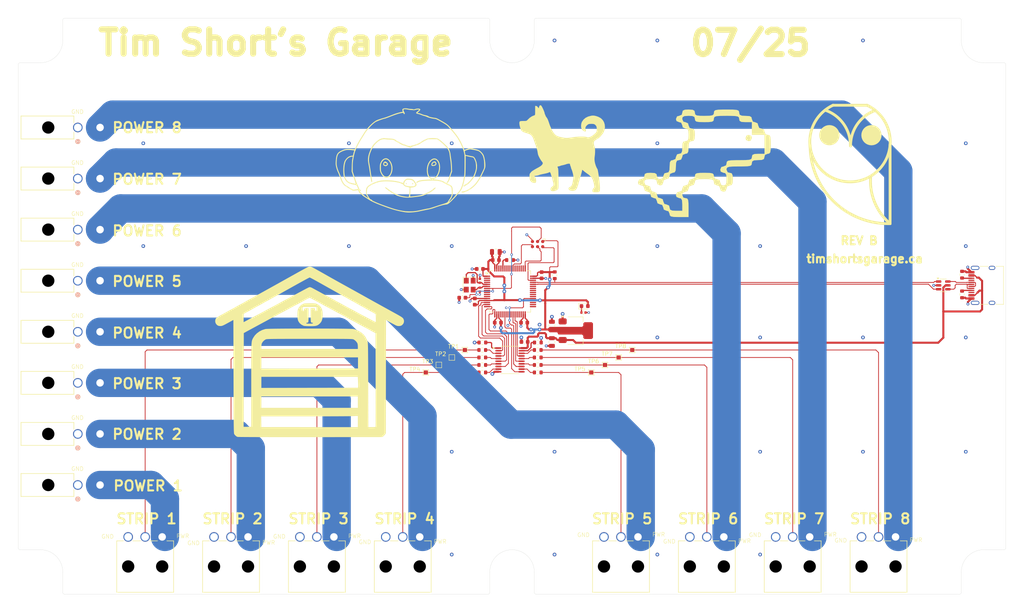
<source format=kicad_pcb>
(kicad_pcb (version 20241229) (generator "pcbnew") (generator_version "9.0")
  (layers (0 "F.Cu" signal) (4 "In1.Cu" signal) (6 "In2.Cu" signal) (2 "B.Cu" signal) (13 "F.Paste" user) (15 "B.Paste" user) (5 "F.SilkS" user "F.Silkscreen") (7 "B.SilkS" user "B.Silkscreen") (1 "F.Mask" user) (3 "B.Mask" user) (25 "Edge.Cuts" user))
  (net 0 "")
  (net 1 "GND")
  (net 2 "/STR1_PWR")
  (net 3 "/STR2_PWR")
  (net 4 "/STR3_PWR")
  (net 5 "/STR4_PWR")
  (net 6 "/STR5_PWR")
  (net 7 "/STR6_PWR")
  (net 8 "/STR7_PWR")
  (net 9 "/STR8_PWR")
  (net 10 "/SWD_NRST")
  (net 11 "/SWD_SWO")
  (net 12 "+3.3V")
  (net 13 "/SWD_CLK")
  (net 14 "/SWD_DIO")
  (net 16 "/PWM_TIM5_CH3")
  (net 17 "/HSE_IN")
  (net 23 "/PWM_TIM3_CH1")
  (net 26 "/PWM_TIM5_CH1")
  (net 29 "/USB_CON_D+")
  (net 32 "/HSE_OUT")
  (net 39 "/USB_CON_D-")
  (net 45 "/PWM_TIM5_CH4")
  (net 47 "/PWM_TIM3_CH3")
  (net 51 "/PWM_TIM5_CH2")
  (net 53 "/BOOT")
  (net 61 "/PWM_TIM8_CH1")
  (net 63 "/PWM_TIM3_CH4")
  (net 64 "/STR8_DATA")
  (net 65 "/STR2_DATA")
  (net 66 "/STR4_DATA")
  (net 67 "/STR6_DATA")
  (net 68 "/STR5_DATA")
  (net 69 "Net-(U1-1OE)")
  (net 70 "/STR1_DATA")
  (net 71 "/STR3_DATA")
  (net 72 "/STR7_DATA")
  (net 73 "VBUS")
  (net 74 "/USB_CC1")
  (net 76 "/USB_CC2")
  (net 78 "/USB_STM_D+")
  (net 79 "/USB_STM_D-")
  (net 80 "Net-(D1-K)")
  (net 81 "Net-(U1-2OE)")
  (net 82 "/1Y0_RES")
  (net 83 "/1Y1_RES")
  (net 84 "/1Y2_RES")
  (net 85 "/1Y3_RES")
  (net 86 "/2Y0_RES")
  (net 87 "/2Y1_RES")
  (net 88 "/2Y2_RES")
  (net 89 "/2Y3_RES")
  (footprint "Resistor_SMD:R_0603_1608Metric" (layer "F.Cu") (at 234.879 159.509)
    (property "Reference" "R11")
    (property "Value" "0R")
  )
  (footprint "Resistor_SMD:R_0603_1608Metric" (layer "F.Cu") (at 221.204 152.109 180)
    (property "Reference" "R4")
    (property "Value" "10k")
  )
  (footprint "Package_SO:TSSOP-20_4.4x6.5mm_P0.65mm" (layer "F.Cu") (at 228.029 156.409)
    (property "Reference" "U1")
    (property "Value" "74AHCT244")
  )
  (footprint "26013114:CONN_5569-02A_MOL" (layer "F.Cu") (at 121.25 149.4591 -90)
    (property "Reference" "J16")
    (property "Value" "Screw_Terminal_01x02")
  )
  (footprint "39303037:CONN_5569-03A4&slash_5_MOL" (layer "F.Cu") (at 280.856599 200.1409)
    (property "Reference" "J3")
    (property "Value" "Screw_Terminal_01x03")
  )
  (footprint "Resistor_SMD:R_0603_1608Metric" (layer "F.Cu") (at 221.179 157.659 180)
    (property "Reference" "R14")
    (property "Value" "0R")
  )
  (footprint "Capacitor_SMD:C_0402_1005Metric" (layer "F.Cu") (at 220.579 136.861 90)
    (property "Reference" "C1")
    (property "Value" "10p")
  )
  (footprint "MountingHole:MountingHole_3.2mm_M3" (layer "F.Cu") (at 120.5 200.3)
    (property "Reference" "H5")
    (property "Value" "MountingHole")
  )
  (footprint "Capacitor_SMD:C_0603_1608Metric" (layer "F.Cu") (at 220.579 133.941 180)
    (property "Reference" "C5")
    (property "Value" "100n")
  )
  (footprint "Capacitor_SMD:C_0805_2012Metric" (layer "F.Cu") (at 224.529 129.741)
    (property "Reference" "C9")
    (property "Value" "10u")
  )
  (footprint "Capacitor_SMD:C_0805_2012Metric" (layer "F.Cu") (at 238.379 147.941 90)
    (property "Reference" "C12")
    (property "Value" "22u")
  )
  (footprint "Package_TO_SOT_SMD:SOT-223-3_TabPin2" (layer "F.Cu") (at 244.179 149.191)
    (property "Reference" "U3")
    (property "Value" "AMS1117-3.3")
  )
  (footprint "Resistor_SMD:R_0402_1005Metric" (layer "F.Cu") (at 246.179 144.709)
    (property "Reference" "R6")
    (property "Value" "1k")
  )
  (footprint "Connector:Tag-Connect_TC2030-IDC-FP_2x03_P1.27mm_Vertical" (layer "F.Cu") (at 234.839 127.801 180)
    (property "Reference" "J20")
    (property "Value" "Conn_ARM_SWD_TagConnect_TC2030")
  )
  (footprint "Connector_USB:USB_C_Receptacle_HRO_TYPE-C-31-M-12" (layer "F.Cu") (at 346.060251 137.991 90)
    (property "Reference" "J9")
    (property "Value" "USB_C_Receptacle_USB2.0_16P")
  )
  (footprint "MountingHole:MountingHole_3.2mm_M3" (layer "F.Cu") (at 218.925 86)
    (property "Reference" "H2")
    (property "Value" "MountingHole")
  )
  (footprint "Resistor_SMD:R_0603_1608Metric" (layer "F.Cu") (at 339.710251 135.351 -90)
    (property "Reference" "R3")
    (property "Value" "5.1k")
  )
  (footprint "39303037:CONN_5569-03A4&slash_5_MOL" (layer "F.Cu") (at 184.518099 200.1409)
    (property "Reference" "J6")
    (property "Value" "Screw_Terminal_01x03")
  )
  (footprint "Capacitor_SMD:C_0603_1608Metric" (layer "F.Cu") (at 224.529 131.741)
    (property "Reference" "C7")
    (property "Value" "100n")
  )
  (footprint "MountingHole:MountingHole_3.2mm_M3" (layer "F.Cu") (at 218.925 200.3)
    (property "Reference" "H6")
    (property "Value" "MountingHole")
  )
  (footprint "TestPoint:TestPoint_Pad_1.0x1.0mm" (layer "F.Cu") (at 258.229 153.959)
    (property "Reference" "TP8")
    (property "Value" "TestPoint")
  )
  (footprint "LOGO" (layer "F.Cu") (at 240.929 104.234)
    (property "Reference" "G***")
    (property "Value" "LOGO" (hide yes))
  )
  (footprint "TestPoint:TestPoint_Pad_1.0x1.0mm" (layer "F.Cu") (at 210.445667 157.659)
    (property "Reference" "TP3")
    (property "Value" "TestPoint")
  )
  (footprint "Resistor_SMD:R_0603_1608Metric" (layer "F.Cu") (at 234.879 155.809 180)
    (property "Reference" "R9")
    (property "Value" "0R")
  )
  (footprint "26013114:CONN_5569-02A_MOL" (layer "F.Cu") (at 121.25 174.6955 -90)
    (property "Reference" "J18")
    (property "Value" "Screw_Terminal_01x02")
  )
  (footprint "TestPoint:TestPoint_Pad_1.0x1.0mm" (layer "F.Cu") (at 254.862333 155.809)
    (property "Reference" "TP7")
    (property "Value" "TestPoint")
  )
  (footprint "Capacitor_SMD:C_0603_1608Metric" (layer "F.Cu") (at 235.829 135.491 -90)
    (property "Reference" "C6")
    (property "Value" "100n")
  )
  (footprint "Package_QFP:LQFP-64_10x10mm_P0.5mm" (layer "F.Cu") (at 228.029 139.491)
    (property "Reference" "U5")
    (property "Value" "STM32F103RGTx")
  )
  (footprint "Capacitor_SMD:C_0603_1608Metric" (layer "F.Cu") (at 219.329 141.991 90)
    (property "Reference" "C8")
    (property "Value" "100n")
  )
  (footprint "Capacitor_SMD:C_0805_2012Metric" (layer "F.Cu") (at 238.379 151.991 -90)
    (property "Reference" "C11")
    (property "Value" "10u")
  )
  (footprint "Resistor_SMD:R_0603_1608Metric" (layer "F.Cu") (at 234.879 153.959)
    (property "Reference" "R8")
    (property "Value" "0R")
  )
  (footprint "Crystal:Crystal_SMD_3225-4Pin_3.2x2.5mm" (layer "F.Cu") (at 218.079 137.941 -90)
    (property "Reference" "X1")
    (property "Value" "8MHz")
  )
  (footprint "Resistor_SMD:R_0603_1608Metric" (layer "F.Cu") (at 221.179 159.509 180)
    (property "Reference" "R15")
    (property "Value" "0R")
  )
  (footprint "LOGO" (layer "F.Cu") (at 178.479 155.584)
    (property "Reference" "G***")
    (property "Value" "LOGO" (hide yes))
  )
  (footprint "TestPoint:TestPoint_Pad_1.0x1.0mm" (layer "F.Cu") (at 216.879 153.959)
    (property "Reference" "TP1")
    (property "Value" "TestPoint")
  )
  (footprint "Resistor_SMD:R_0603_1608Metric" (layer "F.Cu") (at 234.904 152.109)
    (property "Reference" "R7")
    (property "Value" "10k")
  )
  (footprint "39303037:CONN_5569-03A4&slash_5_MOL" (layer "F.Cu") (at 302.067599 200.1409)
    (property "Reference" "J2")
    (property "Value" "Screw_Terminal_01x03")
  )
  (footprint "Capacitor_SMD:C_0603_1608Metric" (layer "F.Cu") (at 216.254 141.041 180)
    (property "Reference" "C10")
    (property "Value" "100n")
  )
  (footprint "Resistor_SMD:R_0603_1608Metric" (layer "F.Cu") (at 228.029 131.741 180)
    (property "Reference" "R1")
    (property "Value" "10k")
  )
  (footprint "Capacitor_SMD:C_0603_1608Metric" (layer "F.Cu") (at 231.629 151.959 180)
    (property "Reference" "C16")
    (property "Value" "100n")
  )
  (footprint "MountingHole:MountingHole_3.2mm_M3" (layer "F.Cu") (at 336.475 200.3)
    (property "Reference" "H8")
    (property "Value" "MountingHole")
  )
  (footprint "LED_SMD:LED_0603_1608Metric" (layer "F.Cu") (at 246.479 143.109)
    (property "Reference" "D1")
    (property "Value" "LED")
  )
  (footprint "39303037:CONN_5569-03A4&slash_5_MOL" (layer "F.Cu") (at 163.307099 200.1409)
    (property "Reference" "J7")
    (property "Value" "Screw_Terminal_01x03")
  )
  (footprint "26013114:CONN_5569-02A_MOL" (layer "F.Cu") (at 121.25 162.0771 -90)
    (property "Reference" "J17")
    (property "Value" "Screw_Terminal_01x02")
  )
  (footprint "26013114:CONN_5569-02A_MOL" (layer "F.Cu") (at 121.25 136.8411 -90)
    (property "Reference" "J15")
    (property "Value" "Screw_Terminal_01x02")
  )
  (footprint "39303037:CONN_5569-03A4&slash_5_MOL" (layer "F.Cu") (at 142.096099 200.1409)
    (property "Reference" "J8")
    (property "Value" "Screw_Terminal_01x03")
  )
  (footprint "Capacitor_SMD:C_0603_1608Metric" (layer "F.Cu") (at 231.529 147.191 180)
    (property "Reference" "C3")
    (property "Value" "100n")
  )
  (footprint "Resistor_SMD:R_0603_1608Metric" (layer "F.Cu") (at 234.879 157.659)
    (property "Reference" "R10")
    (property "Value" "0R")
  )
  (footprint "TestPoint:TestPoint_Pad_1.0x1.0mm" (layer "F.Cu") (at 213.662333 155.809)
    (property "Reference" "TP2")
    (property "Value" "TestPoint")
  )
  (footprint "Resistor_SMD:R_0603_1608Metric" (layer "F.Cu") (at 339.710251 140.226 90)
    (property "Reference" "R2")
    (property "Value" "5.1k")
  )
  (footprint "MountingHole:MountingHole_3.2mm_M3" (layer "F.Cu") (at 238.05 200.3)
    (property "Reference" "H7")
    (property "Value" "MountingHole")
  )
  (footprint "Capacitor_SMD:C_0402_1005Metric" (layer "F.Cu") (at 220.579 139.041 -90)
    (property "Reference" "C2")
    (property "Value" "10p")
  )
  (footprint "LOGO" (layer "F.Cu") (at 205.672426 131.668556)
    (property "Reference" "G***")
    (property "Value" "LOGO" (hide yes))
  )
  (footprint "TestPoint:TestPoint_Pad_1.0x1.0mm" (layer "F.Cu") (at 248.104 159.509)
    (property "Reference" "TP5")
    (property "Value" "TestPoint")
  )
  (footprint "TestPoint:TestPoint_Pad_1.0x1.0mm" (layer "F.Cu") (at 251.495667 157.659)
    (property "Reference" "TP6")
    (property "Value" "TestPoint")
  )
  (footprint "Package_TO_SOT_SMD:SOT-23-6" (layer "F.Cu") (at 335.060251 137.991)
    (property "Reference" "U4")
    (property "Value" "USBLC6-2SC6")
  )
  (footprint "MountingHole:MountingHole_3.2mm_M3" (layer "F.Cu") (at 120.5 86)
    (property "Reference" "H1")
    (property "Value" "MountingHole")
  )
  (footprint "Resistor_SMD:R_0603_1608Metric" (layer "F.Cu") (at 221.179 155.809 180)
    (property "Reference" "R13")
    (property "Value" "0R")
  )
  (footprint "26013114:CONN_5569-02A_MOL" (layer "F.Cu") (at 121.25 187.3135 -90)
    (property "Reference" "J19")
    (property "Value" "Screw_Terminal_01x02")
  )
  (footprint "39303037:CONN_5569-03A4&slash_5_MOL" (layer "F.Cu") (at 259.645599 200.1409)
    (property "Reference" "J4")
    (property "Value" "Screw_Terminal_01x03")
  )
  (footprint "26013114:CONN_5569-02A_MOL" (layer "F.Cu") (at 121.25 98.9865 -90)
    (property "Reference" "J12")
    (property "Value" "Screw_Terminal_01x02")
  )
  (footprint "26013114:CONN_5569-02A_MOL" (layer "F.Cu") (at 121.25 111.6045 -90)
    (property "Reference" "J13")
    (property "Value" "Screw_Terminal_01x02")
  )
  (footprint "Capacitor_SMD:C_0603_1608Metric" (layer "F.Cu") (at 225.029 147.191 180)
    (property "Reference" "C4")
    (property "Value" "100n")
  )
  (footprint "MountingHole:MountingHole_3.2mm_M3" (layer "F.Cu") (at 238.05 86)
    (property "Reference" "H3")
    (property "Value" "MountingHole")
  )
  (footprint "MountingHole:MountingHole_3.2mm_M3" (layer "F.Cu") (at 336.475 86)
    (property "Reference" "H4")
    (property "Value" "MountingHole")
  )
  (footprint "26013114:CONN_5569-02A_MOL" (layer "F.Cu") (at 121.25 124.2231 -90)
    (property "Reference" "J14")
    (property "Value" "Screw_Terminal_01x02")
  )
  (footprint "39303037:CONN_5569-03A4&slash_5_MOL" (layer "F.Cu") (at 323.278599 200.1409)
    (property "Reference" "J1")
    (property "Value" "Screw_Terminal_01x03")
  )
  (footprint "Resistor_SMD:R_0603_1608Metric" (layer "F.Cu") (at 221.179 153.959 180)
    (property "Reference" "R12")
    (property "Value" "0R")
  )
  (footprint "TestPoint:TestPoint_Pad_1.0x1.0mm" (layer "F.Cu") (at 207.229 159.509)
    (property "Reference" "TP4")
    (property "Value" "TestPoint")
  )
  (footprint "39303037:CONN_5569-03A4&slash_5_MOL" (layer "F.Cu") (at 205.729099 200.1409)
    (property "Reference" "J5")
    (property "Value" "Screw_Terminal_01x03")
  )
  (footprint "LOGO" (layer "F.Cu") (at 275.272463 114.867847)
    (property "Reference" "G***")
    (property "Value" "LOGO" (hide yes))
  )
  (footprint "Resistor_SMD:R_0603_1608Metric" (layer "F.Cu") (at 239.079 135.491 -90)
    (property "Reference" "R5")
    (property "Value" "1.5k")
  )
  (gr_line (start 307.829001 93.491) (end 316.229 93.491001) (stroke (width 0.7)) (layer "F.SilkS"))
  (gr_arc (start 321.928986 122.738551) (mid 318.153653 117.549099) (end 317.13149 111.213586) (stroke (width 0.7)) (layer "F.SilkS"))
  (gr_arc (start 305.929 94.726335) (mid 310.442092 98.10837) (end 312.123287 103.491654) (stroke (width 0.7)) (layer "F.SilkS"))
  (gr_arc (start 317.717007 110.632657) (mid 307.438355 111.298155) (end 302.097233 102.491) (stroke (width 0.1)) (layer "F.SilkS"))
  (gr_circle (center 306.929 100.891) (end 306.929 100.891) (stroke (width 2.5)) (fill no) (layer "F.SilkS"))
  (gr_arc (start 321.929 122.738551) (mid 307.990033 117.250154) (end 302.176137 103.443781) (stroke (width 0.7)) (layer "F.SilkS"))
  (gr_line (start 321.929 103.284722) (end 321.929 122.738551) (stroke (width 0.7)) (layer "F.SilkS"))
  (gr_arc (start 316.229 93.491) (mid 312.029 112.422767) (end 307.829 93.491) (stroke (width 0.7)) (layer "F.SilkS"))
  (gr_arc (start 312.167856 103.556974) (mid 313.807112 98.211976) (end 318.229 94.791) (stroke (width 0.7)) (layer "F.SilkS"))
  (gr_circle (center 317.329 100.891) (end 317.329 100.891) (stroke (width 2.5)) (fill no) (layer "F.SilkS"))
  (gr_line (start 234.529 214.309) (end 339.029001 214.308999) (stroke (width 0.05)) (layer "Edge.Cuts"))
  (gr_line (start 339.529 213.809) (end 339.529 208.809) (stroke (width 0.05)) (layer "Edge.Cuts"))
  (gr_line (start 117.529 208.809) (end 117.529 213.809) (stroke (width 0.05)) (layer "Edge.Cuts"))
  (gr_arc (start 339.029 71.991) (mid 339.382553 72.137447) (end 339.529 72.491) (stroke (width 0.05)) (layer "Edge.Cuts"))
  (gr_arc (start 112.029 203.309) (mid 115.918087 204.919913) (end 117.529 208.809) (stroke (width 0.05)) (layer "Edge.Cuts"))
  (gr_line (start 350.029 203.309) (end 345.029 203.309) (stroke (width 0.05)) (layer "Edge.Cuts"))
  (gr_line (start 223.029 208.809) (end 223.029 213.809) (stroke (width 0.05)) (layer "Edge.Cuts"))
  (gr_line (start 350.529 202.809) (end 350.529 83.491) (stroke (width 0.05)) (layer "Edge.Cuts"))
  (gr_line (start 339.529 77.491) (end 339.529 72.491) (stroke (width 0.05)) (layer "Edge.Cuts"))
  (gr_arc (start 339.529 208.809) (mid 341.139913 204.919913) (end 345.029 203.309) (stroke (width 0.05)) (layer "Edge.Cuts"))
  (gr_arc (start 234.529 214.309) (mid 234.175447 214.162553) (end 234.029 213.809) (stroke (width 0.05)) (layer "Edge.Cuts"))
  (gr_arc (start 222.529 71.991) (mid 222.882553 72.137447) (end 223.029 72.491) (stroke (width 0.05)) (layer "Edge.Cuts"))
  (gr_arc (start 118.029 214.309) (mid 117.675447 214.162553) (end 117.529 213.809) (stroke (width 0.05)) (layer "Edge.Cuts"))
  (gr_line (start 339.029 71.991) (end 234.529 71.991) (stroke (width 0.05)) (layer "Edge.Cuts"))
  (gr_arc (start 106.529 83.491) (mid 106.675447 83.137447) (end 107.029 82.991) (stroke (width 0.05)) (layer "Edge.Cuts"))
  (gr_line (start 117.529 77.491) (end 117.529 72.491) (stroke (width 0.05)) (layer "Edge.Cuts"))
  (gr_arc (start 117.529 77.491) (mid 115.918087 81.380087) (end 112.029 82.991) (stroke (width 0.05)) (layer "Edge.Cuts"))
  (gr_arc (start 234.029 77.491) (mid 228.529 82.991) (end 223.029 77.491) (stroke (width 0.05)) (layer "Edge.Cuts"))
  (gr_line (start 234.029 208.809) (end 234.029 213.809) (stroke (width 0.05)) (layer "Edge.Cuts"))
  (gr_line (start 350.029 82.991) (end 345.029 82.991) (stroke (width 0.05)) (layer "Edge.Cuts"))
  (gr_arc (start 350.029 82.991) (mid 350.382553 83.137447) (end 350.529 83.491) (stroke (width 0.05)) (layer "Edge.Cuts"))
  (gr_line (start 112.029 203.309) (end 107.029 203.309) (stroke (width 0.05)) (layer "Edge.Cuts"))
  (gr_line (start 112.029 82.991) (end 107.029 82.991) (stroke (width 0.05)) (layer "Edge.Cuts"))
  (gr_line (start 222.529 71.991) (end 118.029 71.991) (stroke (width 0.05)) (layer "Edge.Cuts"))
  (gr_arc (start 223.029 208.809) (mid 228.529 203.309) (end 234.029 208.809) (stroke (width 0.05)) (layer "Edge.Cuts"))
  (gr_arc (start 339.529 213.809) (mid 339.382554 214.162553) (end 339.029001 214.308999) (stroke (width 0.05)) (layer "Edge.Cuts"))
  (gr_arc (start 117.529 72.491) (mid 117.675447 72.137447) (end 118.029 71.991) (stroke (width 0.05)) (layer "Edge.Cuts"))
  (gr_arc (start 345.029 82.991) (mid 341.139913 81.380087) (end 339.529 77.491) (stroke (width 0.05)) (layer "Edge.Cuts"))
  (gr_line (start 223.029 77.491) (end 223.029 72.491) (stroke (width 0.05)) (layer "Edge.Cuts"))
  (gr_line (start 106.529 83.491) (end 106.529 202.809) (stroke (width 0.05)) (layer "Edge.Cuts"))
  (gr_arc (start 223.029 213.809) (mid 222.882553 214.162553) (end 222.529 214.309) (stroke (width 0.05)) (layer "Edge.Cuts"))
  (gr_line (start 234.029 72.491) (end 234.029 77.491) (stroke (width 0.05)) (layer "Edge.Cuts"))
  (gr_arc (start 234.029 72.491) (mid 234.175447 72.137447) (end 234.529 71.991) (stroke (width 0.05)) (layer "Edge.Cuts"))
  (gr_line (start 222.529 214.309) (end 118.029 214.309) (stroke (width 0.05)) (layer "Edge.Cuts"))
  (gr_arc (start 107.029 203.309) (mid 106.675447 203.162553) (end 106.529 202.809) (stroke (width 0.05)) (layer "Edge.Cuts"))
  (gr_arc (start 350.529 202.809) (mid 350.382553 203.162553) (end 350.029 203.309) (stroke (width 0.05)) (layer "Edge.Cuts"))
  (gr_text "POWER 1" (at 129.779 188.991 0) (layer "F.SilkS") (effects (font (size 2.5 2.5) (thickness 0.5) (bold yes)) (justify left bottom)))
  (gr_text "PWR" (at 326.6785 201.4819 0) (layer "F.SilkS") (effects (font (size 1 1) (thickness 0.1)) (justify left bottom)))
  (gr_text "GND" (at 119.579 183.891 0) (layer "F.SilkS") (effects (font (size 1 1) (thickness 0.1)) (justify left bottom)))
  (gr_text "GND" (at 190.6038 201.9919 0) (layer "F.SilkS") (effects (font (size 1 1) (thickness 0.1)) (justify left bottom)))
  (gr_text "STRIP 8" (at 311.779 197.1319 0) (layer "F.SilkS") (effects (font (size 2.5 2.5) (thickness 0.5) (bold yes)) (justify left bottom)))
  (gr_text "PWR" (at 305.5257 200.1219 0) (layer "F.SilkS") (effects (font (size 1 1) (thickness 0.1)) (justify left bottom)))
  (gr_text "GND" (at 287.0005 200.2319 0) (layer "F.SilkS") (effects (font (size 1 1) (thickness 0.1)) (justify left bottom)))
  (gr_text "GND" (at 169.451 200.6319 0) (layer "F.SilkS") (effects (font (size 1 1) (thickness 0.1)) (justify left bottom)))
  (gr_text "GND" (at 119.579 171.291 0) (layer "F.SilkS") (effects (font (size 1 1) (thickness 0.1)) (justify left bottom)))
  (gr_text "POWER 3" (at 129.529 163.741 0) (layer "F.SilkS") (effects (font (size 2.5 2.5) (thickness 0.5) (bold yes)) (justify left bottom)))
  (gr_text "GND" (at 244.5785 200.2319 0) (layer "F.SilkS") (effects (font (size 1 1) (thickness 0.1)) (justify left bottom)))
  (gr_text "Tim Short's Garage" (at 125.579 81.559 0) (layer "F.SilkS") (effects (font (size 6 6) (thickness 1.5) (bold yes)) (justify left bottom)))
  (gr_text "STRIP 4" (at 194.279 197.1319 0) (layer "F.SilkS") (effects (font (size 2.5 2.5) (thickness 0.5) (bold yes)) (justify left bottom)))
  (gr_text "POWER 8" (at 129.529 100.491 0) (layer "F.SilkS") (effects (font (size 2.5 2.5) (thickness 0.5) (bold yes)) (justify left bottom)))
  (gr_text "STRIP 1" (at 130.529 197.1319 0) (layer "F.SilkS") (effects (font (size 2.5 2.5) (thickness 0.5) (bold yes)) (justify left bottom)))
  (gr_text "GND" (at 308.1533 201.5919 0) (layer "F.SilkS") (effects (font (size 1 1) (thickness 0.1)) (justify left bottom)))
  (gr_text "GND" (at 148.2538 202.2419 0) (layer "F.SilkS") (effects (font (size 1 1) (thickness 0.1)) (justify left bottom)))
  (gr_text "GND" (at 119.579 108.291 0) (layer "F.SilkS") (effects (font (size 1 1) (thickness 0.1)) (justify left bottom)))
  (gr_text "GND" (at 119.579 95.691 0) (layer "F.SilkS") (effects (font (size 1 1) (thickness 0.1)) (justify left bottom)))
  (gr_text "POWER 5" (at 129.529 138.491 0) (layer "F.SilkS") (effects (font (size 2.5 2.5) (thickness 0.5) (bold yes)) (justify left bottom)))
  (gr_text "STRIP 5" (at 248.029 197.1319 0) (layer "F.SilkS") (effects (font (size 2.5 2.5) (thickness 0.5) (bold yes)) (justify left bottom)))
  (gr_text "07/25" (at 271.879 81.659 0) (layer "F.SilkS") (effects (font (size 6 6) (thickness 1.5) (bold yes)) (justify left bottom)))
  (gr_text "GND" (at 119.579 120.891 0) (layer "F.SilkS") (effects (font (size 1 1) (thickness 0.1)) (justify left bottom)))
  (gr_text "PWR" (at 209.129 201.8819 0) (layer "F.SilkS") (effects (font (size 1 1) (thickness 0.1)) (justify left bottom)))
  (gr_text "PWR" (at 263.1037 200.1219 0) (layer "F.SilkS") (effects (font (size 1 1) (thickness 0.1)) (justify left bottom)))
  (gr_text "timshortsgarage.ca" (at 300.979 132.609 0) (layer "F.SilkS") (effects (font (size 2 2) (thickness 0.5) (bold yes)) (justify left bottom)))
  (gr_text "STRIP 6" (at 269.279 197.1319 0) (layer "F.SilkS") (effects (font (size 2.5 2.5) (thickness 0.5) (bold yes)) (justify left bottom)))
  (gr_text "GND" (at 265.8033 201.8419 0) (layer "F.SilkS") (effects (font (size 1 1) (thickness 0.1)) (justify left bottom)))
  (gr_text "POWER 7" (at 129.529 113.241 0) (layer "F.SilkS") (effects (font (size 2.5 2.5) (thickness 0.5) (bold yes)) (justify left bottom)))
  (gr_text "POWER 6" (at 129.529 125.991 0) (layer "F.SilkS") (effects (font (size 2.5 2.5) (thickness 0.5) (bold yes)) (justify left bottom)))
  (gr_text "GND" (at 119.579 133.491 0) (layer "F.SilkS") (effects (font (size 1 1) (thickness 0.1)) (justify left bottom)))
  (gr_text "GND" (at 119.579 146.091 0) (layer "F.SilkS") (effects (font (size 1 1) (thickness 0.1)) (justify left bottom)))
  (gr_text "POWER 2" (at 129.529 176.241 0) (layer "F.SilkS") (effects (font (size 2.5 2.5) (thickness 0.5) (bold yes)) (justify left bottom)))
  (gr_text "POWER 4" (at 129.529 151.241 0) (layer "F.SilkS") (effects (font (size 2.5 2.5) (thickness 0.5) (bold yes)) (justify left bottom)))
  (gr_text "REV B" (at 309.429 128.109 0) (layer "F.SilkS") (effects (font (size 2 2) (thickness 0.5) (bold yes)) (justify left bottom)))
  (gr_text "GND" (at 119.579 158.691 0) (layer "F.SilkS") (effects (font (size 1 1) (thickness 0.1)) (justify left bottom)))
  (gr_text "PWR" (at 145.5542 200.5219 0) (layer "F.SilkS") (effects (font (size 1 1) (thickness 0.1)) (justify left bottom)))
  (gr_text "PWR" (at 187.9762 200.5219 0) (layer "F.SilkS") (effects (font (size 1 1) (thickness 0.1)) (justify left bottom)))
  (gr_text "STRIP 3" (at 173.029 197.1319 0) (layer "F.SilkS") (effects (font (size 2.5 2.5) (thickness 0.5) (bold yes)) (justify left bottom)))
  (gr_text "STRIP 7" (at 290.529 197.1319 0) (layer "F.SilkS") (effects (font (size 2.5 2.5) (thickness 0.5) (bold yes)) (justify left bottom)))
  (gr_text "GND" (at 127.029 200.6319 0) (layer "F.SilkS") (effects (font (size 1 1) (thickness 0.1)) (justify left bottom)))
  (gr_text "PWR" (at 284.3285 201.7319 0) (layer "F.SilkS") (effects (font (size 1 1) (thickness 0.1)) (justify left bottom)))
  (gr_text "STRIP 2" (at 151.779 197.1319 0) (layer "F.SilkS") (effects (font (size 2.5 2.5) (thickness 0.5) (bold yes)) (justify left bottom)))
  (gr_text "PWR" (at 166.779 202.1319 0) (layer "F.SilkS") (effects (font (size 1 1) (thickness 0.1)) (justify left bottom)))
  (segment (start 230.854 150.884) (end 230.829 150.859) (width 0.5) (layer "F.Cu") (net 1))
  (segment (start 340.520251 141.051) (end 339.710251 141.051) (width 0.5) (layer "F.Cu") (net 1))
  (segment (start 238.379 146.991) (end 238.379 145.741) (width 0.5) (layer "F.Cu") (net 1))
  (segment (start 228.854 131.741) (end 229.979 131.741) (width 0.3) (layer "F.Cu") (net 1))
  (segment (start 236.851391 136.266) (end 236.858855 136.273464) (width 0.3) (layer "F.Cu") (net 1))
  (segment (start 215.479 141.041) (end 215.479 142.166) (width 0.5) (layer "F.Cu") (net 1))
  (segment (start 218.604 141.216) (end 219.329 141.216) (width 0.3) (layer "F.Cu") (net 1))
  (segment (start 225.304 131.591) (end 225.304 130.966) (width 0.5) (layer "F.Cu") (net 1))
  (segment (start 218.979 135.591) (end 218.929 135.641) (width 0.5) (layer "F.Cu") (net 1))
  (segment (start 342.015251 134.741) (end 342.010251 134.741) (width 0.5) (layer "F.Cu") (net 1))
  (segment (start 218.154 141.859) (end 218.154 141.666) (width 0.3) (layer "F.Cu") (net 1))
  (segment (start 218.979 135.541) (end 218.979 135.591) (width 0.5) (layer "F.Cu") (net 1))
  (segment (start 225.479 130.791) (end 225.479 129.591) (width 0.5) (layer "F.Cu") (net 1))
  (segment (start 230.854 151.959) (end 230.854 150.884) (width 0.5) (layer "F.Cu") (net 1))
  (segment (start 235.829 136.266) (end 236.851391 136.266) (width 0.3) (layer "F.Cu") (net 1))
  (segment (start 231.279 145.166) (end 231.279 146.091) (width 0.3) (layer "F.Cu") (net 1))
  (segment (start 224.779 133.816) (end 224.779 132.891) (width 0.3) (layer "F.Cu") (net 1))
  (segment (start 233.569 126.831) (end 232.229 125.491) (width 0.19) (layer "F.Cu") (net 1))
  (segment (start 230.754 147.449921) (end 230.754 147.191) (width 0.3) (layer "F.Cu") (net 1))
  (segment (start 220.379 152.109) (end 219.279 152.109) (width 0.3) (layer "F.Cu") (net 1))
  (segment (start 241.029 146.891) (end 241.029 145.041) (width 0.5) (layer "F.Cu") (net 1))
  (segment (start 233.704 136.241) (end 235.804 136.241) (width 0.3) (layer "F.Cu") (net 1))
  (segment (start 342.010251 134.741) (end 341.210251 133.941) (width 0.5) (layer "F.Cu") (net 1))
  (segment (start 341.160251 142.591) (end 341.160251 142.091) (width 0.5) (layer "F.Cu") (net 1))
  (segment (start 218.929 135.641) (end 218.929 136.841) (width 0.5) (layer "F.Cu") (net 1))
  (segment (start 246.689 144.709) (end 247.479 144.709) (width 0.3) (layer "F.Cu") (net 1))
  (segment (start 230.729 148.091) (end 230.729 147.474921) (width 0.3) (layer "F.Cu") (net 1))
  (segment (start 224.207591 159.334) (end 223.672383 159.869208) (width 0.5) (layer "F.Cu") (net 1))
  (segment (start 220.579 135.564714) (end 220.654 135.489714) (width 0.3) (layer "F.Cu") (net 1))
  (segment (start 342.015251 141.241) (end 340.710251 141.241) (width 0.5) (layer "F.Cu") (net 1))
  (segment (start 225.479 129.741) (end 226.629 129.741) (width 0.3) (layer "F.Cu") (net 1))
  (segment (start 220.579 139.521) (end 220.579 140.191) (width 0.3) (layer "F.Cu") (net 1))
  (segment (start 341.110251 133.841) (end 341.110251 133.491) (width 0.5) (layer "F.Cu") (net 1))
  (segment (start 333.922751 137.991) (end 332.710251 137.991) (width 0.3) (layer "F.Cu") (net 1))
  (segment (start 220.579 140.191) (end 220.529 140.241) (width 0.3) (layer "F.Cu") (net 1))
  (segment (start 230.754 146.616) (end 230.754 147.191) (width 0.3) (layer "F.Cu") (net 1))
  (segment (start 225.1665 159.334) (end 224.207591 159.334) (width 0.5) (layer "F.Cu") (net 1))
  (segment (start 238.379 152.941) (end 236.979 152.941) (width 0.5) (layer "F.Cu") (net 1))
  (segment (start 224.779 146.093267) (end 224.779 145.166) (width 0.3) (layer "F.Cu") (net 1))
  (segment (start 340.545251 134.526) (end 340.760251 134.741) (width 0.5) (layer "F.Cu") (net 1))
  (segment (start 342.010251 141.241) (end 342.015251 141.241) (width 0.5) (layer "F.Cu") (net 1))
  (segment (start 340.710251 141.241) (end 340.520251 141.051) (width 0.5) (layer "F.Cu") (net 1))
  (segment (start 235.804 136.241) (end 235.829 136.266) (width 0.3) (layer "F.Cu") (net 1))
  (segment (start 224.779 132.916) (end 224.779 133.816) (width 0.3) (layer "F.Cu") (net 1))
  (segment (start 233.569 127.166) (end 233.569 126.831) (width 0.19) (layer "F.Cu") (net 1))
  (segment (start 218.154 141.666) (end 218.604 141.216) (width 0.3) (layer "F.Cu") (net 1))
  (segment (start 341.210251 133.941) (end 341.110251 133.841) (width 0.5) (layer "F.Cu") (net 1))
  (segment (start 224.254 147.966) (end 224.254 147.191) (width 0.3) (layer "F.Cu") (net 1))
  (segment (start 224.229 147.991) (end 224.254 147.966) (width 0.3) (layer "F.Cu") (net 1))
  (segment (start 219.804 133.941) (end 218.679 133.941) (width 0.3) (layer "F.Cu") (net 1))
  (segment (start 219.354 141.241) (end 222.354 141.241) (width 0.3) (layer "F.Cu") (net 1))
  (segment (start 341.160251 142.091) (end 342.010251 141.241) (width 0.5) (layer "F.Cu") (net 1))
  (segment (start 215.479 142.166) (end 215.454 142.191) (width 0.5) (layer "F.Cu") (net 1))
  (segment (start 224.254 147.191) (end 224.254 146.618267) (width 0.3) (layer "F.Cu") (net 1))
  (segment (start 230.729 147.474921) (end 230.754 147.449921) (width 0.3) (layer "F.Cu") (net 1))
  (segment (start 224.254 146.618267) (end 224.779 146.093267) (width 0.3) (layer "F.Cu") (net 1))
  (segment (start 339.710251 134.526) (end 340.545251 134.526) (width 0.5) (layer "F.Cu") (net 1))
  (segment (start 225.304 132.391) (end 225.304 131.741) (width 0.3) (layer "F.Cu") (net 1))
  (segment (start 217.229 139.041) (end 215.979 139.041) (width 0.5) (layer "F.Cu") (net 1))
  (segment (start 232.229 125.491) (end 232.179 125.491) (width 0.19) (layer "F.Cu") (net 1))
  (segment (start 224.229 148.259) (end 224.229 147.991) (width 0.3) (layer "F.Cu") (net 1))
  (segment (start 220.579 136.381) (end 220.579 135.564714) (width 0.3) (layer "F.Cu") (net 1))
  (segment (start 225.304 132.391) (end 224.779 132.916) (width 0.3) (layer "F.Cu") (net 1))
  (segment (start 231.279 146.091) (end 230.754 146.616) (width 0.3) (layer "F.Cu") (net 1))
  (segment (start 340.760251 134.741) (end 342.015251 134.741) (width 0.5) (layer "F.Cu") (net 1))
  (segment (start 235.729 152.109) (end 235.729 150.959) (width 0.3) (layer "F.Cu") (net 1))
  (segment (start 225.304 130.966) (end 225.479 130.791) (width 0.5) (layer "F.Cu") (net 1))
  (via (at 315.229 150.859) (size 0.9) (drill 0.4) (layers "F.Cu" "B.Cu") (net 1))
  (via (at 264.429 77.491) (size 0.9) (drill 0.4) (layers "F.Cu" "B.Cu") (net 1))
  (via (at 224.229 148.259) (size 0.7) (drill 0.3) (layers "F.Cu" "B.Cu") (net 1))
  (via (at 236.979 152.941) (size 0.7) (drill 0.3) (layers "F.Cu" "B.Cu") (net 1))
  (via (at 340.629 102.891) (size 0.9) (drill 0.4) (layers "F.Cu" "B.Cu") (net 1))
  (via (at 218.679 133.941) (size 0.7) (drill 0.3) (layers "F.Cu" "B.Cu") (net 1))
  (via (at 289.829 128.291) (size 0.9) (drill 0.4) (layers "F.Cu" "B.Cu") (net 1))
  (via (at 289.829 150.859) (size 0.9) (drill 0.4) (layers "F.Cu" "B.Cu") (net 1))
  (via (at 137.429 102.891) (size 0.9) (drill 0.4) (layers "F.Cu" "B.Cu") (net 1))
  (via (at 188.229 102.891) (size 0.9) (drill 0.4) (layers "F.Cu" "B.Cu") (net 1))
  (via (at 215.454 142.191) (size 0.7) (drill 0.3) (layers "F.Cu" "B.Cu") (net 1))
  (via (at 218.154 141.859) (size 0.7) (drill 0.3) (layers "F.Cu" "B.Cu") (net 1))
  (via (at 332.710251 137.991) (size 0.7) (drill 0.3) (layers "F.Cu" "B.Cu") (net 1))
  (via (at 226.629 129.741) (size 0.7) (drill 0.3) (layers "F.Cu" "B.Cu") (net 1))
  (via (at 213.629 204.491) (size 0.9) (drill 0.4) (layers "F.Cu" "B.Cu") (net 1))
  (via (at 227.504 147.884) (size 0.7) (drill 0.3) (layers "F.Cu" "B.Cu") (net 1))
  (via (at 239.029 179.091) (size 0.9) (drill 0.4) (layers "F.Cu" "B.Cu") (net 1))
  (via (at 235.729 150.959) (size 0.9) (drill 0.4) (layers "F.Cu" "B.Cu") (net 1))
  (via (at 229.979 131.741) (size 0.7) (drill 0.3) (layers "F.Cu" "B.Cu") (net 1))
  (via (at 223.672383 159.869208) (size 0.9) (drill 0.4) (layers "F.Cu" "B.Cu") (net 1))
  (via (at 219.279 152.109) (size 0.9) (drill 0.4) (layers "F.Cu" "B.Cu") (net 1))
  (via (at 247.479 144.709) (size 0.6) (drill 0.3) (layers "F.Cu" "B.Cu") (net 1))
  (via (at 238.379 145.741) (size 0.9) (drill 0.4) (layers "F.Cu" "B.Cu") (net 1))
  (via (at 188.229 128.291) (size 0.9) (drill 0.4) (layers "F.Cu" "B.Cu") (net 1))
  (via (at 239.029 77.491) (size 0.9) (drill 0.4) (layers "F.Cu" "B.Cu") (net 1))
  (via (at 289.829 179.091) (size 0.9) (drill 0.4) (layers "F.Cu" "B.Cu") (net 1))
  (via (at 236.858855 136.273464) (size 0.7) (drill 0.3) (layers "F.Cu" "B.Cu") (net 1))
  (via (at 213.629 128.291) (size 0.9) (drill 0.4) (layers "F.Cu" "B.Cu") (net 1))
  (via (at 137.429 128.291) (size 0.9) (drill 0.4) (layers "F.Cu" "B.Cu") (net 1))
  (via (at 213.629 102.891) (size 0.9) (drill 0.4) (layers "F.Cu" "B.Cu") (net 1))
  (via (at 215.979 139.041) (size 0.7) (drill 0.3) (layers "F.Cu" "B.Cu") (net 1))
  (via (at 340.629 150.859) (size 0.9) (drill 0.4) (layers "F.Cu" "B.Cu") (net 1))
  (via (at 220.529 140.241) (size 0.6) (drill 0.3) (layers "F.Cu" "B.Cu") (net 1))
  (via (at 227.104 143.534) (size 0.6) (drill 0.3) (layers "F.Cu" "B.Cu") (net 1))
  (via (at 162.829 128.291) (size 0.9) (drill 0.4) (layers "F.Cu" "B.Cu") (net 1))
  (via (at 264.429 204.491) (size 0.9) (drill 0.4) (layers "F.Cu" "B.Cu") (net 1))
  (via (at 340.629 128.291) (size 0.9) (drill 0.4) (layers "F.Cu" "B.Cu") (net 1))
  (via (at 341.160251 142.591) (size 0.7) (drill 0.3) (layers "F.Cu" "B.Cu") (net 1))
  (via (at 230.829 150.859) (size 0.9) (drill 0.4) (layers "F.Cu" "B.Cu") (net 1))
  (via (at 264.429 128.291) (size 0.9) (drill 0.4) (layers "F.Cu" "B.Cu") (net 1))
  (via (at 220.654 135.489714) (size 0.7) (drill 0.3) (layers "F.Cu" "B.Cu") (net 1))
  (via (at 264.429 102.891) (size 0.9) (drill 0.4) (layers "F.Cu" "B.Cu") (net 1))
  (via (at 340.629 179.091) (size 0.9) (drill 0.4) (layers "F.Cu" "B.Cu") (net 1))
  (via (at 239.029 204.491) (size 0.9) (drill 0.4) (layers "F.Cu" "B.Cu") (net 1))
  (via (at 315.229 77.491) (size 0.9) (drill 0.4) (layers "F.Cu" "B.Cu") (net 1))
  (via (at 315.229 179.091) (size 0.9) (drill 0.4) (layers "F.Cu" "B.Cu") (net 1))
  (via (at 241.029 145.041) (size 0.9) (drill 0.4) (layers "F.Cu" "B.Cu") (net 1))
  (via (at 264.429 150.859) (size 0.9) (drill 0.4) (layers "F.Cu" "B.Cu") (net 1))
  (via (at 235.329 147.691) (size 0.9) (drill 0.4) (layers "F.Cu" "B.Cu") (net 1))
  (via (at 218.929 135.541) (size 0.7) (drill 0.3) (layers "F.Cu" "B.Cu") (net 1))
  (via (at 213.629 179.091) (size 0.9) (drill 0.4) (layers "F.Cu" "B.Cu") (net 1))
  (via (at 232.179 125.491) (size 0.7) (drill 0.3) (layers "F.Cu" "B.Cu") (net 1))
  (via (at 230.729 148.091) (size 0.7) (drill 0.3) (layers "F.Cu" "B.Cu") (net 1))
  (via (at 289.829 204.491) (size 0.9) (drill 0.4) (layers "F.Cu" "B.Cu") (net 1))
  (via (at 341.110251 133.491) (size 0.7) (drill 0.3) (layers "F.Cu" "B.Cu") (net 1))
  (segment (start 309.947 95.809) (end 323.9607 109.8227) (width 7) (layer "B.Cu") (net 2))
  (segment (start 323.9607 109.8227) (end 323.9607 200.1409) (width 7) (layer "B.Cu") (net 2))
  (segment (start 126.749999 98.9865) (end 129.927499 95.809) (width 7) (layer "B.Cu") (net 2))
  (segment (start 129.927499 95.809) (end 309.947 95.809) (width 7) (layer "B.Cu") (net 2))
  (segment (start 302.7497 117.3117) (end 302.7497 200.1409) (width 7) (layer "B.Cu") (net 3))
  (segment (start 130.697 107.641) (end 293.079 107.641) (width 7) (layer "B.Cu") (net 3))
  (segment (start 293.079 107.641) (end 302.7497 117.3117) (width 7) (layer "B.Cu") (net 3))
  (segment (start 126.749999 111.588001) (end 130.697 107.641) (width 7) (layer "B.Cu") (net 3))
  (segment (start 126.749999 111.6045) (end 126.749999 111.588001) (width 7) (layer "B.Cu") (net 3))
  (segment (start 126.749999 124.088001) (end 131.847 118.991) (width 7) (layer "B.Cu") (net 4))
  (segment (start 126.749999 124.2231) (end 126.749999 124.088001) (width 7) (layer "B.Cu") (net 4))
  (segment (start 131.847 118.991) (end 275.379 118.991) (width 7) (layer "B.Cu") (net 4))
  (segment (start 275.379 118.991) (end 281.5387 125.1507) (width 7) (layer "B.Cu") (net 4))
  (segment (start 281.5387 125.1507) (end 281.5387 200.1409) (width 7) (layer "B.Cu") (net 4))
  (segment (start 260.3277 178.5397) (end 260.3277 200.1409) (width 7) (layer "B.Cu") (net 5))
  (segment (start 228.279 172.391) (end 254.179 172.391) (width 7) (layer "B.Cu") (net 5))
  (segment (start 126.749999 136.8411) (end 192.7291 136.8411) (width 7) (layer "B.Cu") (net 5))
  (segment (start 254.179 172.391) (end 260.3277 178.5397) (width 7) (layer "B.Cu") (net 5))
  (segment (start 192.7291 136.8411) (end 228.279 172.391) (width 7) (layer "B.Cu") (net 5))
  (segment (start 185.5971 149.4591) (end 206.4112 170.2732) (width 7) (layer "B.Cu") (net 6))
  (segment (start 206.4112 170.2732) (end 206.4112 200.1409) (width 7) (layer "B.Cu") (net 6))
  (segment (start 126.749999 149.4591) (end 185.5971 149.4591) (width 7) (layer "B.Cu") (net 6))
  (segment (start 180.9651 162.0771) (end 185.2002 166.3122) (width 7) (layer "B.Cu") (net 7))
  (segment (start 126.749999 162.0771) (end 180.9651 162.0771) (width 7) (layer "B.Cu") (net 7))
  (segment (start 185.2002 166.3122) (end 185.2002 200.1409) (width 7) (layer "B.Cu") (net 7))
  (segment (start 163.9892 178.2512) (end 163.9892 200.1409) (width 7) (layer "B.Cu") (net 8))
  (segment (start 160.4335 174.6955) (end 163.9892 178.2512) (width 7) (layer "B.Cu") (net 8))
  (segment (start 126.749999 174.6955) (end 160.4335 174.6955) (width 7) (layer "B.Cu") (net 8))
  (segment (start 139.3515 187.3135) (end 142.7782 190.7402) (width 7) (layer "B.Cu") (net 9))
  (segment (start 142.7782 190.7402) (end 142.7782 200.1409) (width 7) (layer "B.Cu") (net 9))
  (segment (start 126.749999 187.3135) (end 139.3515 187.3135) (width 7) (layer "B.Cu") (net 9))
  (segment (start 228.679 123.591) (end 228.429 123.841) (width 0.19) (layer "F.Cu") (net 10))
  (segment (start 235.379 123.591) (end 228.679 123.591) (width 0.19) (layer "F.Cu") (net 10))
  (segment (start 218.104 140.391) (end 218.104 140.941) (width 0.19) (layer "F.Cu") (net 10))
  (segment (start 218.104 140.941) (end 218.004 141.041) (width 0.19) (layer "F.Cu") (net 10))
  (segment (start 228.379 138.541) (end 228.179 138.741) (width 0.19) (layer "F.Cu") (net 10))
  (segment (start 218.254 140.241) (end 218.104 140.391) (width 0.19) (layer "F.Cu") (net 10))
  (segment (start 218.004 141.041) (end 217.029 141.041) (width 0.19) (layer "F.Cu") (net 10))
  (segment (start 223.779 139.441) (end 223.779 138.741) (width 0.19) (layer "F.Cu") (net 10))
  (segment (start 228.379 135.241) (end 228.379 138.541) (width 0.19) (layer "F.Cu") (net 10))
  (segment (start 234.839 127.166) (end 235.73745 126.26755) (width 0.19) (layer "F.Cu") (net 10))
  (segment (start 228.179 138.741) (end 223.779 138.741) (width 0.19) (layer "F.Cu") (net 10))
  (segment (start 223.779 138.741) (end 222.354 138.741) (width 0.19) (layer "F.Cu") (net 10))
  (segment (start 219.728997 140.241) (end 218.254 140.241) (width 0.19) (layer "F.Cu") (net 10))
  (segment (start 228.429 123.841) (end 228.429 124.591) (width 0.19) (layer "F.Cu") (net 10))
  (segment (start 235.73745 126.26755) (end 235.73745 123.94945) (width 0.19) (layer "F.Cu") (net 10))
  (segment (start 235.479 123.691) (end 235.379 123.591) (width 0.19) (layer "F.Cu") (net 10))
  (segment (start 235.73745 123.94945) (end 235.479 123.691) (width 0.19) (layer "F.Cu") (net 10))
  (segment (start 228.429 124.591) (end 228.429 130.391) (width 0.19) (layer "F.Cu") (net 10))
  (via (at 223.779 139.441) (size 0.6) (drill 0.3) (layers "F.Cu" "B.Cu") (net 10))
  (via (at 228.429 130.391) (size 0.6) (drill 0.3) (layers "F.Cu" "B.Cu") (net 10))
  (via (at 228.379 135.241) (size 0.6) (drill 0.3) (layers "F.Cu" "B.Cu") (net 10))
  (via (at 219.728997 140.241) (size 0.6) (drill 0.3) (layers "F.Cu" "B.Cu") (net 10))
  (segment (start 228.429 130.391) (end 228.429 135.191) (width 0.19) (layer "B.Cu") (net 10))
  (segment (start 219.728997 140.241) (end 219.728997 139.591003) (width 0.19) (layer "B.Cu") (net 10))
  (segment (start 219.879 139.441) (end 223.779 139.441) (width 0.19) (layer "B.Cu") (net 10))
  (segment (start 228.429 135.191) (end 228.379 135.241) (width 0.19) (layer "B.Cu") (net 10))
  (segment (start 219.728997 139.591003) (end 219.879 139.441) (width 0.19) (layer "B.Cu") (net 10))
  (segment (start 229.102248 132.691) (end 230.579 132.691) (width 0.19) (layer "F.Cu") (net 11))
  (segment (start 233.429 127.941) (end 233.569 128.081) (width 0.19) (layer "F.Cu") (net 11))
  (segment (start 230.579 132.691) (end 230.829 132.441) (width 0.19) (layer "F.Cu") (net 11))
  (segment (start 233.569 128.081) (end 233.569 128.436) (width 0.19) (layer "F.Cu") (net 11))
  (segment (start 230.829 128.241) (end 231.129 127.941) (width 0.19) (layer "F.Cu") (net 11))
  (segment (start 228.779 133.014248) (end 229.102248 132.691) (width 0.19) (layer "F.Cu") (net 11))
  (segment (start 228.779 133.816) (end 228.779 133.014248) (width 0.19) (layer "F.Cu") (net 11))
  (segment (start 230.829 132.441) (end 230.829 128.241) (width 0.19) (layer "F.Cu") (net 11))
  (segment (start 231.129 127.941) (end 233.429 127.941) (width 0.19) (layer "F.Cu") (net 11))
  (segment (start 225.779 147.216) (end 225.804 147.191) (width 0.5) (layer "F.Cu") (net 12))
  (segment (start 234.829 135.491) (end 234.829 134.941) (width 0.3) (layer "F.Cu") (net 12))
  (segment (start 225.279 146.091) (end 225.279 145.166) (width 0.3) (layer "F.Cu") (net 12))
  (segment (start 225.804 147.191) (end 225.804 146.616) (width 0.3) (layer "F.Cu") (net 12))
  (segment (start 223.079 131.741) (end 223.754 131.741) (width 0.5) (layer "F.Cu") (net 12))
  (segment (start 226.629 136.091) (end 226.329 135.791) (width 0.5) (layer "F.Cu") (net 12))
  (segment (start 239.879 127.241) (end 239.879 133.241) (width 0.19) (layer "F.Cu") (net 12))
  (segment (start 223.754 131.741) (end 223.754 132.366) (width 0.3) (layer "F.Cu") (net 12))
  (segment (start 236.3153 126.9597) (end 239.5977 126.9597) (width 0.19) (layer "F.Cu") (net 12))
  (segment (start 236.729 142.391) (end 236.729 141.691) (width 0.5) (layer "F.Cu") (net 12))
  (segment (start 221.354 135.616) (end 221.354 133.941) (width 0.3) (layer "F.Cu") (net 12))
  (segment (start 233.704 135.741) (end 234.579 135.741) (width 0.3) (layer "F.Cu") (net 12))
  (segment (start 231.779 146.091) (end 232.304 146.616) (width 0.3) (layer "F.Cu") (net 12))
  (segment (start 220.479 141.741) (end 222.354 141.741) (width 0.3) (layer "F.Cu") (net 12))
  (segment (start 230.479 141.64) (end 226.629 141.64) (width 0.5) (layer "F.Cu") (net 12))
  (segment (start 226.329 135.791) (end 224.129 135.791) (width 0.5) (layer "F.Cu") (net 12))
  (segment (start 226.629 137.996) (end 226.629 136.091) (width 0.5) (layer "F.Cu") (net 12))
  (segment (start 222.679 132.141) (end 223.079 131.741) (width 0.5) (layer "F.Cu") (net 12))
  (segment (start 226.629 141.64) (end 224.129 141.64) (width 0.5) (layer "F.Cu") (net 12))
  (segment (start 238.379 148.891) (end 236.729 148.891) (width 0.5) (layer "F.Cu") (net 12))
  (segment (start 236.729 141.691) (end 246.861 141.691) (width 0.5) (layer "F.Cu") (net 12))
  (segment (start 224.129 135.791) (end 222.679 134.341) (width 0.5) (layer "F.Cu") (net 12))
  (segment (start 237.829 133.591) (end 237.829 134.716) (width 0.19) (layer "F.Cu") (net 12))
  (segment (start 232.304 148.466) (end 232.304 147.191) (width 0.5) (layer "F.Cu") (net 12))
  (segment (start 237.429 138.491) (end 236.729 139.191) (width 0.5) (layer "F.Cu") (net 12))
  (segment (start 220.229 141.991) (end 220.479 141.741) (width 0.3) (layer "F.Cu") (net 12))
  (segment (start 234.829 134.941) (end 235.054 134.716) (width 0.3) (layer "F.Cu") (net 12))
  (segment (start 223.754 131.741) (end 223.754 130.966) (width 0.5) (layer "F.Cu") (net 12))
  (segment (start 235.429 141.691) (end 236.729 141.691) (width 0.5) (layer "F.Cu") (net 12))
  (segment (start 232.729 148.891) (end 232.304 148.466) (width 0.5) (layer "F.Cu") (net 12))
  (segment (start 231.779 145.166) (end 231.779 146.091) (width 0.3) (layer "F.Cu") (net 12))
  (segment (start 239.029 134.716) (end 239.079 134.666) (width 0.5) (layer "F.Cu") (net 12))
  (segment (start 246.861 141.691) (end 247.2665 142.0965) (width 0.5) (layer "F.Cu") (net 12))
  (segment (start 238.029 133.391) (end 237.829 133.591) (width 0.19) (layer "F.Cu") (net 12))
  (segment (start 239.5977 126.9597) (end 239.879 127.241) (width 0.19) (layer "F.Cu") (net 12))
  (segment (start 225.779 148.514) (end 225.779 147.216) (width 0.5) (layer "F.Cu") (net 12))
  (segment (start 220.004 142.766) (end 220.229 142.541) (width 0.3) (layer "F.Cu") (net 12))
  (segment (start 247.2665 142.0965) (end 247.2665 143.109) (width 0.5) (layer "F.Cu") (net 12))
  (segment (start 233.229 148.891) (end 232.729 148.891) (width 0.5) (layer "F.Cu") (net 12))
  (segment (start 239.879 133.241) (end 239.729 133.391) (width 0.19) (layer "F.Cu") (net 12))
  (segment (start 222.679 133.941) (end 222.679 132.141) (width 0.5) (layer "F.Cu") (net 12))
  (segment (start 236.109 127.166) (end 236.3153 126.9597) (width 0.19) (layer "F.Cu") (net 12))
  (segment (start 225.804 146.616) (end 225.279 146.091) (width 0.3) (layer "F.Cu") (net 12))
  (segment (start 224.279 132.891) (end 224.279 133.816) (width 0.3) (layer "F.Cu") (net 12))
  (segment (start 232.304 146.616) (end 232.304 147.191) (width 0.3) (layer "F.Cu") (net 12))
  (segment (start 222.354 141.741) (end 224.028 141.741) (width 0.3) (layer "F.Cu") (net 12))
  (segment (start 237.829 134.716) (end 239.029 134.716) (width 0.5) (layer "F.Cu") (net 12))
  (segment (start 222.354 135.741) (end 221.479 135.741) (width 0.3) (layer "F.Cu") (net 12))
  (segment (start 236.729 148.891) (end 235.329 148.891) (width 0.5) (layer "F.Cu") (net 12))
  (segment (start 239.729 133.391) (end 238.029 133.391) (width 0.19) (layer "F.Cu") (net 12))
  (segment (start 224.028 141.741) (end 224.129 141.64) (width 0.3) (layer "F.Cu") (net 12))
  (segment (start 223.754 130.966) (end 223.579 130.791) (width 0.5) (layer "F.Cu") (net 12))
  (segment (start 234.579 135.741) (end 234.829 135.491) (width 0.3) (layer "F.Cu") (net 12))
  (segment (start 226.629 141.64) (end 226.629 139.491) (width 0.5) (layer "F.Cu") (net 12))
  (segment (start 220.229 142.541) (end 220.229 141.991) (width 0.3) (layer "F.Cu") (net 12))
  (segment (start 235.829 134.716) (end 237.829 134.716) (width 0.5) (layer "F.Cu") (net 12))
  (segment (start 236.729 148.891) (end 236.729 142.391) (width 0.5) (layer "F.Cu") (net 12))
  (segment (start 236.729 139.191) (end 236.729 141.691) (width 0.5) (layer "F.Cu") (net 12))
  (segment (start 222.679 133.941) (end 221.354 133.941) (width 0.5) (layer "F.Cu") (net 12))
  (segment (start 237.829 136.516) (end 237.829 134.716) (width 0.5) (layer "F.Cu") (net 12))
  (segment (start 235.054 134.716) (end 235.829 134.716) (width 0.3) (layer "F.Cu") (net 12))
  (segment (start 221.479 135.741) (end 221.354 135.616) (width 0.3) (layer "F.Cu") (net 12))
  (segment (start 219.329 142.766) (end 220.004 142.766) (width 0.3) (layer "F.Cu") (net 12))
  (segment (start 223.579 130.791) (end 223.579 129.591) (width 0.5) (layer "F.Cu") (net 12))
  (segment (start 223.754 132.366) (end 224.279 132.891) (width 0.3) (layer "F.Cu") (net 12))
  (segment (start 222.679 134.341) (end 222.679 133.941) (width 0.5) (layer "F.Cu") (net 12))
  (via (at 230.479 141.64) (size 0.9) (drill 0.4) (layers "F.Cu" "B.Cu") (net 12))
  (via (at 226.629 137.996) (size 0.9) (drill 0.4) (layers "F.Cu" "B.Cu") (net 12))
  (via (at 233.229 148.891) (size 0.9) (drill 0.4) (layers "F.Cu" "B.Cu") (net 12))
  (via (at 237.829 136.516) (size 0.9) (drill 0.4) (layers "F.Cu" "B.Cu") (net 12))
  (via (at 235.329 148.891) (size 0.9) (drill 0.4) (layers "F.Cu" "B.Cu") (net 12))
  (via (at 235.429 141.691) (size 0.9) (drill 0.4) (layers "F.Cu" "B.Cu") (net 12))
  (via (at 226.629 139.491) (size 0.9) (drill 0.4) (layers "F.Cu" "B.Cu") (net 12))
  (via (at 225.779 148.514) (size 0.9) (drill 0.4) (layers "F.Cu" "B.Cu") (net 12))
  (via (at 237.429 138.491) (size 0.9) (drill 0.4) (layers "F.Cu" "B.Cu") (net 12))
  (segment (start 235.329 148.891) (end 234.029 148.891) (width 0.5) (layer "B.Cu") (net 12))
  (segment (start 230.479 141.64) (end 230.53 141.691) (width 0.5) (layer "B.Cu") (net 12))
  (segment (start 230.53 141.691) (end 235.429 141.691) (width 0.5) (layer "B.Cu") (net 12))
  (segment (start 226.179 149.809) (end 225.779 149.409) (width 0.5) (layer "B.Cu") (net 12))
  (segment (start 234.029 148.891) (end 233.229 148.891) (width 0.5) (layer "B.Cu") (net 12))
  (segment (start 237.429 138.491) (end 237.829 138.091) (width 0.5) (layer "B.Cu") (net 12))
  (segment (start 225.779 149.409) (end 225.779 148.514) (width 0.5) (layer "B.Cu") (net 12))
  (segment (start 233.729 149.809) (end 226.179 149.809) (width 0.5) (layer "B.Cu") (net 12))
  (segment (start 234.029 149.509) (end 233.729 149.809) (width 0.5) (layer "B.Cu") (net 12))
  (segment (start 226.629 139.491) (end 226.629 137.996) (width 0.5) (layer "B.Cu") (net 12))
  (segment (start 237.829 138.091) (end 237.829 136.516) (width 0.5) (layer "B.Cu") (net 12))
  (segment (start 234.029 148.891) (end 234.029 149.509) (width 0.5) (layer "B.Cu") (net 12))
  (segment (start 234.839 128.436) (end 235.4193 129.0163) (width 0.19) (layer "F.Cu") (net 13))
  (segment (start 235.4193 129.387674) (end 235.73745 129.705824) (width 0.19) (layer "F.Cu") (net 13))
  (segment (start 235.529 131.991) (end 231.979 131.991) (width 0.19) (layer "F.Cu") (net 13))
  (segment (start 235.73745 131.78255) (end 235.529 131.991) (width 0.19) (layer "F.Cu") (net 13))
  (segment (start 231.979 131.991) (end 231.779 132.191) (width 0.19) (layer "F.Cu") (net 13))
  (segment (start 235.73745 129.705824) (end 235.73745 131.78255) (width 0.19) (layer "F.Cu") (net 13))
  (segment (start 231.779 132.191) (end 231.779 133.816) (width 0.19) (layer "F.Cu") (net 13))
  (segment (start 235.4193 129.0163) (end 235.4193 129.387674) (width 0.19) (layer "F.Cu") (net 13))
  (segment (start 238.729 132.391) (end 238.929 132.191) (width 0.19) (layer "F.Cu") (net 14))
  (segment (start 232.629 136.741) (end 232.479 136.591) (width 0.19) (layer "F.Cu") (net 14))
  (segment (start 232.479 136.591) (end 232.479 132.591) (width 0.19) (layer "F.Cu") (net 14))
  (segment (start 238.729 128.691) (end 236.364 128.691) (width 0.19) (layer "F.Cu") (net 14))
  (segment (start 233.704 136.741) (end 232.629 136.741) (width 0.19) (layer "F.Cu") (net 14))
  (segment (start 238.929 132.191) (end 238.929 128.891) (width 0.19) (layer "F.Cu") (net 14))
  (segment (start 232.679 132.391) (end 238.729 132.391) (width 0.19) (layer "F.Cu") (net 14))
  (segment (start 236.364 128.691) (end 236.109 128.436) (width 0.19) (layer "F.Cu") (net 14))
  (segment (start 232.479 132.591) (end 232.679 132.391) (width 0.19) (layer "F.Cu") (net 14))
  (segment (start 238.929 128.891) (end 238.729 128.691) (width 0.19) (layer "F.Cu") (net 14))
  (segment (start 225.1665 156.734) (end 226.854 156.734) (width 0.19) (layer "F.Cu") (net 16))
  (segment (start 226.529 149.959) (end 222.379 149.959) (width 0.19) (layer "F.Cu") (net 16))
  (segment (start 222.379 149.959) (end 221.979 149.559) (width 0.19) (layer "F.Cu") (net 16))
  (segment (start 226.854 156.734) (end 227.179 156.409) (width 0.19) (layer "F.Cu") (net 16))
  (segment (start 223.529 143.659) (end 223.529 143.359) (width 0.19) (layer "F.Cu") (net 16))
  (segment (start 223.411 143.241) (end 222.354 143.241) (width 0.19) (layer "F.Cu") (net 16))
  (segment (start 227.179 150.609) (end 226.529 149.959) (width 0.19) (layer "F.Cu") (net 16))
  (segment (start 221.979 149.559) (end 221.979 144.209) (width 0.19) (layer "F.Cu") (net 16))
  (segment (start 227.179 156.409) (end 227.179 150.609) (width 0.19) (layer "F.Cu") (net 16))
  (segment (start 223.529 143.359) (end 223.411 143.241) (width 0.19) (layer "F.Cu") (net 16))
  (segment (start 222.379 143.809) (end 223.379 143.809) (width 0.19) (layer "F.Cu") (net 16))
  (segment (start 223.379 143.809) (end 223.529 143.659) (width 0.19) (layer "F.Cu") (net 16))
  (segment (start 221.979 144.209) (end 222.379 143.809) (width 0.19) (layer "F.Cu") (net 16))
  (segment (start 219.918 137.18) (end 219.918 135.33) (width 0.3) (layer "F.Cu") (net 17))
  (segment (start 220.079 137.341) (end 219.918 137.18) (width 0.3) (layer "F.Cu") (net 17))
  (segment (start 220.579 137.341) (end 220.079 137.341) (width 0.3) (layer "F.Cu") (net 17))
  (segment (start 221.429 137.741) (end 221.029 137.341) (width 0.3) (layer "F.Cu") (net 17))
  (segment (start 217.229 135.291) (end 217.229 136.841) (width 0.3) (layer "F.Cu") (net 17))
  (segment (start 217.679 134.841) (end 217.229 135.291) (width 0.3) (layer "F.Cu") (net 17))
  (segment (start 219.918 135.33) (end 219.429 134.841) (width 0.3) (layer "F.Cu") (net 17))
  (segment (start 221.029 137.341) (end 220.579 137.341) (width 0.3) (layer "F.Cu") (net 17))
  (segment (start 222.354 137.741) (end 221.429 137.741) (width 0.3) (layer "F.Cu") (net 17))
  (segment (start 219.429 134.841) (end 217.679 134.841) (width 0.3) (layer "F.Cu") (net 17))
  (segment (start 230.8915 159.334) (end 229.204 159.334) (width 0.19) (layer "F.Cu") (net 23))
  (segment (start 226.779 148.259) (end 226.779 145.166) (width 0.19) (layer "F.Cu") (net 23))
  (segment (start 227.079 148.559) (end 226.779 148.259) (width 0.19) (layer "F.Cu") (net 23))
  (segment (start 228.429 158.559) (end 228.429 148.809) (width 0.19) (layer "F.Cu") (net 23))
  (segment (start 229.204 159.334) (end 228.429 158.559) (width 0.19) (layer "F.Cu") (net 23))
  (segment (start 228.429 148.809) (end 228.179 148.559) (width 0.19) (layer "F.Cu") (net 23))
  (segment (start 228.179 148.559) (end 227.079 148.559) (width 0.19) (layer "F.Cu") (net 23))
  (segment (start 225.1665 154.134) (end 226.004 154.134) (width 0.19) (layer "F.Cu") (net 26))
  (segment (start 226.004 154.134) (end 226.2 153.938) (width 0.19) (layer "F.Cu") (net 26))
  (segment (start 225.479 151.009) (end 220.729 151.009) (width 0.19) (layer "F.Cu") (net 26))
  (segment (start 220.829 142.759) (end 220.829 142.409) (width 0.19) (layer "F.Cu") (net 26))
  (segment (start 220.679 142.909) (end 220.829 142.759) (width 0.19) (layer "F.Cu") (net 26))
  (segment (start 220.279 150.559) (end 220.279 143.121739) (width 0.19) (layer "F.Cu") (net 26))
  (segment (start 220.829 142.409) (end 220.997 142.241) (width 0.19) (layer "F.Cu") (net 26))
  (segment (start 220.279 143.121739) (end 220.49174 142.909) (width 0.19) (layer "F.Cu") (net 26))
  (segment (start 220.729 151.009) (end 220.279 150.559) (width 0.19) (layer "F.Cu") (net 26))
  (segment (start 226.2 151.73) (end 225.479 151.009) (width 0.19) (layer "F.Cu") (net 26))
  (segment (start 220.997 142.241) (end 222.354 142.241) (width 0.19) (layer "F.Cu") (net 26))
  (segment (start 220.49174 142.909) (end 220.679 142.909) (width 0.19) (layer "F.Cu") (net 26))
  (segment (start 226.2 153.938) (end 226.2 151.73) (width 0.19) (layer "F.Cu") (net 26))
  (segment (start 340.90275 137.266) (end 340.92775 137.241) (width 0.2) (layer "F.Cu") (net 29))
  (segment (start 342.860251 137.241) (end 342.015251 137.241) (width 0.2) (layer "F.Cu") (net 29))
  (segment (start 338.285251 137.266) (end 340.90275 137.266) (width 0.2) (layer "F.Cu") (net 29))
  (segment (start 343.041251 137.422) (end 342.860251 137.241) (width 0.2) (layer "F.Cu") (net 29))
  (segment (start 340.92775 137.241) (end 342.015251 137.241) (width 0.2) (layer "F.Cu") (net 29))
  (segment (start 338.060251 137.041) (end 338.285251 137.266) (width 0.2) (layer "F.Cu") (net 29))
  (segment (start 336.197751 137.041) (end 338.060251 137.041) (width 0.2) (layer "F.Cu") (net 29))
  (segment (start 343.041251 138.06) (end 343.041251 137.422) (width 0.2) (layer "F.Cu") (net 29))
  (segment (start 342.015251 138.241) (end 342.860251 138.241) (width 0.2) (layer "F.Cu") (net 29))
  (segment (start 342.860251 138.241) (end 343.041251 138.06) (width 0.2) (layer "F.Cu") (net 29))
  (segment (start 220.579 138.561) (end 220.209 138.561) (width 0.3) (layer "F.Cu") (net 32))
  (segment (start 221.059 138.561) (end 220.579 138.561) (width 0.3) (layer "F.Cu") (net 32))
  (segment (start 222.354 138.241) (end 221.379 138.241) (width 0.3) (layer "F.Cu") (net 32))
  (segment (start 219.729 139.041) (end 218.929 139.041) (width 0.3) (layer "F.Cu") (net 32))
  (segment (start 220.209 138.561) (end 219.729 139.041) (width 0.3) (layer "F.Cu") (net 32))
  (segment (start 221.379 138.241) (end 221.059 138.561) (width 0.3) (layer "F.Cu") (net 32))
  (segment (start 338.285251 137.716) (end 340.90275 137.716) (width 0.2) (layer "F.Cu") (net 39))
  (segment (start 340.92775 137.741) (end 342.015251 137.741) (width 0.2) (layer "F.Cu") (net 39))
  (segment (start 341.038251 138.741) (end 340.989251 138.692) (width 0.2) (layer "F.Cu") (net 39))
  (segment (start 338.010251 138.591) (end 338.010251 137.991) (width 0.2) (layer "F.Cu") (net 39))
  (segment (start 340.989251 138.692) (end 340.989251 137.79) (width 0.2) (layer "F.Cu") (net 39))
  (segment (start 338.010251 137.991) (end 338.285251 137.716) (width 0.2) (layer "F.Cu") (net 39))
  (segment (start 341.038251 137.741) (end 342.015251 137.741) (width 0.2) (layer "F.Cu") (net 39))
  (segment (start 340.90275 137.716) (end 340.92775 137.741) (width 0.2) (layer "F.Cu") (net 39))
  (segment (start 342.015251 138.741) (end 341.038251 138.741) (width 0.2) (layer "F.Cu") (net 39))
  (segment (start 340.989251 137.79) (end 341.038251 137.741) (width 0.2) (layer "F.Cu") (net 39))
  (segment (start 337.660251 138.941) (end 338.010251 138.591) (width 0.2) (layer "F.Cu") (net 39))
  (segment (start 336.197751 138.941) (end 337.660251 138.941) (width 0.2) (layer "F.Cu") (net 39))
  (segment (start 223.629 145.059) (end 223.779 144.909) (width 0.19) (layer "F.Cu") (net 45))
  (segment (start 227.629 157.259) (end 227.629 149.859) (width 0.19) (layer "F.Cu") (net 45))
  (segment (start 222.829 148.909) (end 222.829 145.259) (width 0.19) (layer "F.Cu") (net 45))
  (segment (start 222.829 145.259) (end 223.029 145.059) (width 0.19) (layer "F.Cu") (net 45))
  (segment (start 227.629 149.859) (end 227.029 149.259) (width 0.19) (layer "F.Cu") (net 45))
  (segment (start 226.854 158.034) (end 227.629 157.259) (width 0.19) (layer "F.Cu") (net 45))
  (segment (start 223.879 143.959) (end 224.179 143.959) (width 0.19) (layer "F.Cu") (net 45))
  (segment (start 223.179 149.259) (end 222.829 148.909) (width 0.19) (layer "F.Cu") (net 45))
  (segment (start 225.1665 158.034) (end 226.854 158.034) (width 0.19) (layer "F.Cu") (net 45))
  (segment (start 227.029 149.259) (end 223.179 149.259) (width 0.19) (layer "F.Cu") (net 45))
  (segment (start 223.029 145.059) (end 223.629 145.059) (width 0.19) (layer "F.Cu") (net 45))
  (segment (start 223.779 144.909) (end 223.779 144.059) (width 0.19) (layer "F.Cu") (net 45))
  (segment (start 223.779 144.059) (end 223.879 143.959) (width 0.19) (layer "F.Cu") (net 45))
  (segment (start 224.279 144.059) (end 224.279 145.166) (width 0.19) (layer "F.Cu") (net 45))
  (segment (start 224.179 143.959) (end 224.279 144.059) (width 0.19) (layer "F.Cu") (net 45))
  (segment (start 229.429 147.509) (end 229.229 147.309) (width 0.19) (layer "F.Cu") (net 47))
  (segment (start 228.929 147.309) (end 228.779 147.159) (width 0.19) (layer "F.Cu") (net 47))
  (segment (start 229.429 156.609) (end 229.429 147.509) (width 0.19) (layer "F.Cu") (net 47))
  (segment (start 228.779 147.159) (end 228.779 145.166) (width 0.19) (layer "F.Cu") (net 47))
  (segment (start 229.554 156.734) (end 229.429 156.609) (width 0.19) (layer "F.Cu") (net 47))
  (segment (start 230.8915 156.734) (end 229.554 156.734) (width 0.19) (layer "F.Cu") (net 47))
  (segment (start 229.229 147.309) (end 228.929 147.309) (width 0.19) (layer "F.Cu") (net 47))
  (segment (start 226.679 155.159) (end 226.679 151.059) (width 0.19) (layer "F.Cu") (net 51))
  (segment (start 226.404 155.434) (end 226.679 155.159) (width 0.19) (layer "F.Cu") (net 51))
  (segment (start 221.129 150.109) (end 221.129 143.056248) (width 0.19) (layer "F.Cu") (net 51))
  (segment (start 226.129 150.509) (end 221.529 150.509) (width 0.19) (layer "F.Cu") (net 51))
  (segment (start 225.1665 155.434) (end 226.404 155.434) (width 0.19) (layer "F.Cu") (net 51))
  (segment (start 221.129 143.056248) (end 221.444248 142.741) (width 0.19) (layer "F.Cu") (net 51))
  (segment (start 226.679 151.059) (end 226.129 150.509) (width 0.19) (layer "F.Cu") (net 51))
  (segment (start 221.529 150.509) (end 221.129 150.109) (width 0.19) (layer "F.Cu") (net 51))
  (segment (start 221.444248 142.741) (end 222.354 142.741) (width 0.19) (layer "F.Cu") (net 51))
  (segment (start 227.304 131.691) (end 226.579 131.691) (width 0.3) (layer "F.Cu") (net 53))
  (segment (start 226.579 131.691) (end 226.279 131.991) (width 0.3) (layer "F.Cu") (net 53))
  (segment (start 226.279 131.991) (end 226.279 133.816) (width 0.3) (layer "F.Cu") (net 53))
  (segment (start 228.929 148.009) (end 228.929 157.409) (width 0.2) (layer "F.Cu") (net 61))
  (segment (start 231.354 141.434) (end 231.354 143.309) (width 0.2) (layer "F.Cu") (net 61))
  (segment (start 227.904 146.609) (end 227.904 147.359) (width 0.2) (layer "F.Cu") (net 61))
  (segment (start 227.904 147.359) (end 228.354 147.809) (width 0.2) (layer "F.Cu") (net 61))
  (segment (start 228.929 157.409) (end 229.554 158.034) (width 0.2) (layer "F.Cu") (net 61))
  (segment (start 228.354 147.809) (end 228.729 147.809) (width 0.2) (layer "F.Cu") (net 61))
  (segment (start 231.354 143.309) (end 231.129 143.534) (width 0.2) (layer "F.Cu") (net 61))
  (segment (start 233.704 141.241) (end 231.547 141.241) (width 0.2) (layer "F.Cu") (net 61))
  (segment (start 231.129 143.534) (end 227.929 143.534) (width 0.2) (layer "F.Cu") (net 61))
  (segment (start 228.729 147.809) (end 228.929 148.009) (width 0.2) (layer "F.Cu") (net 61))
  (segment (start 231.547 141.241) (end 231.354 141.434) (width 0.2) (layer "F.Cu") (net 61))
  (segment (start 229.554 158.034) (end 230.8915 158.034) (width 0.2) (layer "F.Cu") (net 61))
  (via (at 227.904 146.609) (size 0.6) (drill 0.3) (layers "F.Cu" "B.Cu") (net 61))
  (via (at 227.929 143.534) (size 0.6) (drill 0.3) (layers "F.Cu" "B.Cu") (net 61))
  (segment (start 227.929 143.534) (end 227.929 146.584) (width 0.2) (layer "B.Cu") (net 61))
  (segment (start 227.929 146.584) (end 227.904 146.609) (width 0.2) (layer "B.Cu") (net 61))
  (segment (start 229.629 146.859) (end 229.429 146.859) (width 0.19) (layer "F.Cu") (net 63))
  (segment (start 229.279 146.709) (end 229.279 145.166) (width 0.19) (layer "F.Cu") (net 63))
  (segment (start 229.429 146.859) (end 229.279 146.709) (width 0.19) (layer "F.Cu") (net 63))
  (segment (start 229.82 155.25) (end 229.82 147.05) (width 0.19) (layer "F.Cu") (net 63))
  (segment (start 230.004 155.434) (end 229.82 155.25) (width 0.19) (layer "F.Cu") (net 63))
  (segment (start 229.82 147.05) (end 229.629 146.859) (width 0.19) (layer "F.Cu") (net 63))
  (segment (start 230.8915 155.434) (end 230.004 155.434) (width 0.19) (layer "F.Cu") (net 63))
  (segment (start 220.354 153.959) (end 138.329 153.959) (width 0.19) (layer "F.Cu") (net 64))
  (segment (start 137.8961 154.3919) (end 137.8961 200.1409) (width 0.19) (layer "F.Cu") (net 64))
  (segment (start 138.329 153.959) (end 137.8961 154.3919) (width 0.19) (layer "F.Cu") (net 64))
  (segment (start 297.8676 156.3976) (end 297.8676 200.1409) (width 0.19) (layer "F.Cu") (net 65))
  (segment (start 297.279 155.809) (end 297.8676 156.3976) (width 0.19) (layer "F.Cu") (net 65))
  (segment (start 235.704 155.809) (end 297.279 155.809) (width 0.19) (layer "F.Cu") (net 65))
  (segment (start 254.879 159.509) (end 255.4456 160.0756) (width 0.19) (layer "F.Cu") (net 66))
  (segment (start 255.4456 160.0756) (end 255.4456 200.1409) (width 0.19) (layer "F.Cu") (net 66))
  (segment (start 235.704 159.509) (end 254.879 159.509) (width 0.19) (layer "F.Cu") (net 66))
  (segment (start 220.354 157.659) (end 180.729 157.659) (width 0.19) (layer "F.Cu") (net 67))
  (segment (start 180.3181 158.0699) (end 180.3181 200.1409) (width 0.19) (layer "F.Cu") (net 67))
  (segment (start 180.729 157.659) (end 180.3181 158.0699) (width 0.19) (layer "F.Cu") (net 67))
  (segment (start 220.354 159.509) (end 201.979 159.509) (width 0.19) (layer "F.Cu") (net 68))
  (segment (start 201.5291 159.9589) (end 201.5291 200.1409) (width 0.19) (layer "F.Cu") (net 68))
  (segment (start 201.979 159.509) (end 201.5291 159.9589) (width 0.19) (layer "F.Cu") (net 68))
  (segment (start 223.279 152.109) (end 222.029 152.109) (width 0.3) (layer "F.Cu") (net 69))
  (segment (start 225.1665 153.484) (end 223.704 153.484) (width 0.3) (layer "F.Cu") (net 69))
  (segment (start 223.479 152.309) (end 223.279 152.109) (width 0.3) (layer "F.Cu") (net 69))
  (segment (start 223.704 153.484) (end 223.479 153.259) (width 0.3) (layer "F.Cu") (net 69))
  (segment (start 223.479 153.259) (end 223.479 152.309) (width 0.3) (layer "F.Cu") (net 69))
  (segment (start 318.429 153.959) (end 319.0786 154.6086) (width 0.19) (layer "F.Cu") (net 70))
  (segment (start 235.704 153.959) (end 318.429 153.959) (width 0.19) (layer "F.Cu") (net 70))
  (segment (start 319.0786 154.6086) (end 319.0786 200.1409) (width 0.19) (layer "F.Cu") (net 70))
  (segment (start 235.704 157.659) (end 276.079 157.659) (width 0.19) (layer "F.Cu") (net 71))
  (segment (start 276.079 157.659) (end 276.6566 158.2366) (width 0.19) (layer "F.Cu") (net 71))
  (segment (start 276.6566 158.2366) (end 276.6566 200.1409) (width 0.19) (layer "F.Cu") (net 71))
  (segment (start 159.579 155.809) (end 159.1071 156.2809) (width 0.19) (layer "F.Cu") (net 72))
  (segment (start 159.1071 156.2809) (end 159.1071 200.1409) (width 0.19) (layer "F.Cu") (net 72))
  (segment (start 220.354 155.809) (end 159.579 155.809) (width 0.19) (layer "F.Cu") (net 72))
  (segment (start 335.631151 137.991) (end 336.197751 137.991) (width 0.5) (layer "F.Cu") (net 73))
  (segment (start 232.404 151.959) (end 232.404 150.959) (width 0.5) (layer "F.Cu") (net 73))
  (segment (start 232.404 153.234) (end 232.404 151.959) (width 0.5) (layer "F.Cu") (net 73))
  (segment (start 344.660251 139.291) (end 344.660251 136.891) (width 0.5) (layer "F.Cu") (net 73))
  (segment (start 234.779 150.659) (end 234.979 150.459) (width 0.5) (layer "F.Cu") (net 73))
  (segment (start 344.160251 144.441) (end 344.660251 143.941) (width 0.5) (layer "F.Cu") (net 73))
  (segment (start 343.523532 139.791001) (end 343.523532 139.777719) (width 0.5) (layer "F.Cu") (net 73))
  (segment (start 232.154 153.484) (end 232.404 153.234) (width 0.5) (layer "F.Cu") (net 73))
  (segment (start 335.084251 144.441) (end 344.160251 144.441) (width 0.5) (layer "F.Cu") (net 73))
  (segment (start 241.029 151.491) (end 243.611 151.491) (width 0.5) (layer "F.Cu") (net 73))
  (segment (start 239.761 151.491) (end 241.029 151.491) (width 0.5) (layer "F.Cu") (net 73))
  (segment (start 344.660251 136.891) (end 343.860251 136.091) (width 0.5) (layer "F.Cu") (net 73))
  (segment (start 234.979 150.034) (end 235.221 149.792) (width 0.5) (layer "F.Cu") (net 73))
  (segment (start 335.084251 138.5379) (end 335.631151 137.991) (width 0.5) (layer "F.Cu") (net 73))
  (segment (start 344.010251 139.291) (end 344.660251 139.291) (width 0.5) (layer "F.Cu") (net 73))
  (segment (start 335.084251 150.903749) (end 335.084251 144.441) (width 0.5) (layer "F.Cu") (net 73))
  (segment (start 237.186 151.041) (end 238.379 151.041) (width 0.5) (layer "F.Cu") (net 73))
  (segment (start 333.829 152.159) (end 335.084251 150.903749) (width 0.5) (layer "F.Cu") (net 73))
  (segment (start 236.929 150.784) (end 237.186 151.041) (width 0.5) (layer "F.Cu") (net 73))
  (segment (start 335.084251 144.441) (end 335.084251 138.5379) (width 0.5) (layer "F.Cu") (net 73))
  (segment (start 342.873532 135.541) (end 343.423532 136.091) (width 0.3) (layer "F.Cu") (net 73))
  (segment (start 230.8915 153.484) (end 232.154 153.484) (width 0.5) (layer "F.Cu") (net 73))
  (segment (start 343.523532 139.777719) (end 344.010251 139.291) (width 0.5) (layer "F.Cu") (net 73))
  (segment (start 239.311 151.041) (end 239.761 151.491) (width 0.5) (layer "F.Cu") (net 73))
  (segment (start 234.979 150.459) (end 234.979 150.034) (width 0.5) (layer "F.Cu") (net 73))
  (segment (start 243.611 151.491) (end 244.279 152.159) (width 0.5) (layer "F.Cu") (net 73))
  (segment (start 236.929 150.092) (end 236.929 150.784) (width 0.5) (layer "F.Cu") (net 73))
  (segment (start 342.873532 140.441) (end 342.015251 140.441) (width 0.3) (layer "F.Cu") (net 73))
  (segment (start 232.404 150.959) (end 232.704 150.659) (width 0.5) (layer "F.Cu") (net 73))
  (segment (start 344.660251 143.941) (end 344.660251 139.291) (width 0.5) (layer "F.Cu") (net 73))
  (segment (start 343.523532 139.791001) (end 342.873532 140.441) (width 0.3) (layer "F.Cu") (net 73))
  (segment (start 342.015251 135.541) (end 342.873532 135.541) (width 0.3) (layer "F.Cu") (net 73))
  (segment (start 235.221 149.792) (end 236.629 149.792) (width 0.5) (layer "F.Cu") (net 73))
  (segment (start 238.379 151.041) (end 239.311 151.041) (width 0.5) (layer "F.Cu") (net 73))
  (segment (start 244.279 152.159) (end 333.829 152.159) (width 0.5) (layer "F.Cu") (net 73))
  (segment (start 236.629 149.792) (end 236.929 150.092) (width 0.5) (layer "F.Cu") (net 73))
  (segment (start 232.704 150.659) (end 234.779 150.659) (width 0.5) (layer "F.Cu") (net 73))
  (segment (start 343.860251 136.091) (end 343.423532 136.091) (width 0.5) (layer "F.Cu") (net 73))
  (segment (start 342.015251 139.241) (end 339.870251 139.241) (width 0.3) (layer "F.Cu") (net 74))
  (segment (start 339.870251 139.241) (end 339.710251 139.401) (width 0.3) (layer "F.Cu") (net 74))
  (segment (start 339.710251 136.176) (end 339.775251 136.241) (width 0.3) (layer "F.Cu") (net 76))
  (segment (start 339.775251 136.241) (end 342.015251 136.241) (width 0.3) (layer "F.Cu") (net 76))
  (segment (start 239.079 136.316) (end 239.079 137.266) (width 0.2) (layer "F.Cu") (net 78))
  (segment (start 333.922751 137.041) (end 332.929 137.041) (width 0.2) (layer "F.Cu") (net 78))
  (segment (start 234.866501 137.241) (end 233.704 137.241) (width 0.2) (layer "F.Cu") (net 78))
  (segment (start 332.704 137.266) (end 234.891501 137.266) (width 0.2) (layer "F.Cu") (net 78))
  (segment (start 234.891501 137.266) (end 234.866501 137.241) (width 0.2) (layer "F.Cu") (net 78))
  (segment (start 332.929 137.041) (end 332.704 137.266) (width 0.2) (layer "F.Cu") (net 78))
  (segment (start 234.897 137.741) (end 233.704 137.741) (width 0.2) (layer "F.Cu") (net 79))
  (segment (start 331.428251 137.709) (end 332.660251 138.941) (width 0.2) (layer "F.Cu") (net 79))
  (segment (start 234.929 137.709) (end 331.428251 137.709) (width 0.2) (layer "F.Cu") (net 79))
  (segment (start 234.929 137.709) (end 234.897 137.741) (width 0.2) (layer "F.Cu") (net 79))
  (segment (start 332.660251 138.941) (end 333.922751 138.941) (width 0.2) (layer "F.Cu") (net 79))
  (segment (start 245.6915 144.6865) (end 245.669 144.709) (width 0.3) (layer "F.Cu") (net 80))
  (segment (start 245.6915 143.109) (end 245.6915 144.6865) (width 0.3) (layer "F.Cu") (net 80))
  (segment (start 233.229 153.32826) (end 233.229 152.309) (width 0.3) (layer "F.Cu") (net 81))
  (segment (start 230.8915 154.134) (end 232.42326 154.134) (width 0.3) (layer "F.Cu") (net 81))
  (segment (start 232.42326 154.134) (end 233.229 153.32826) (width 0.3) (layer "F.Cu") (net 81))
  (segment (start 233.229 152.309) (end 233.429 152.109) (width 0.3) (layer "F.Cu") (net 81))
  (segment (start 233.429 152.109) (end 234.079 152.109) (width 0.3) (layer "F.Cu") (net 81))
  (segment (start 232.404 154.784) (end 233.229 153.959) (width 0.19) (layer "F.Cu") (net 82))
  (segment (start 230.8915 154.784) (end 232.404 154.784) (width 0.19) (layer "F.Cu") (net 82))
  (segment (start 233.229 153.959) (end 234.054 153.959) (width 0.19) (layer "F.Cu") (net 82))
  (segment (start 230.8915 156.084) (end 232.604 156.084) (width 0.19) (layer "F.Cu") (net 83))
  (segment (start 232.879 155.809) (end 234.054 155.809) (width 0.19) (layer "F.Cu") (net 83))
  (segment (start 232.604 156.084) (end 232.879 155.809) (width 0.19) (layer "F.Cu") (net 83))
  (segment (start 230.8915 157.384) (end 232.604 157.384) (width 0.19) (layer "F.Cu") (net 84))
  (segment (start 232.879 157.659) (end 234.054 157.659) (width 0.19) (layer "F.Cu") (net 84))
  (segment (start 232.604 157.384) (end 232.879 157.659) (width 0.19) (layer "F.Cu") (net 84))
  (segment (start 233.079 159.509) (end 234.054 159.509) (width 0.19) (layer "F.Cu") (net 85))
  (segment (start 232.254 158.684) (end 233.079 159.509) (width 0.19) (layer "F.Cu") (net 85))
  (segment (start 230.8915 158.684) (end 232.254 158.684) (width 0.19) (layer "F.Cu") (net 85))
  (segment (start 223.854 154.784) (end 223.029 153.959) (width 0.19) (layer "F.Cu") (net 86))
  (segment (start 223.029 153.959) (end 222.004 153.959) (width 0.19) (layer "F.Cu") (net 86))
  (segment (start 225.1665 154.784) (end 223.854 154.784) (width 0.19) (layer "F.Cu") (net 86))
  (segment (start 225.1665 156.084) (end 223.454 156.084) (width 0.19) (layer "F.Cu") (net 87))
  (segment (start 223.454 156.084) (end 223.179 155.809) (width 0.19) (layer "F.Cu") (net 87))
  (segment (start 223.179 155.809) (end 222.004 155.809) (width 0.19) (layer "F.Cu") (net 87))
  (segment (start 223.504 157.384) (end 223.229 157.659) (width 0.19) (layer "F.Cu") (net 88))
  (segment (start 223.229 157.659) (end 222.004 157.659) (width 0.19) (layer "F.Cu") (net 88))
  (segment (start 225.1665 157.384) (end 223.504 157.384) (width 0.19) (layer "F.Cu") (net 88))
  (segment (start 222.979 159.509) (end 222.004 159.509) (width 0.19) (layer "F.Cu") (net 89))
  (segment (start 225.1665 158.684) (end 223.804 158.684) (width 0.19) (layer "F.Cu") (net 89))
  (segment (start 223.804 158.684) (end 222.979 159.509) (width 0.19) (layer "F.Cu") (net 89))
  (zone (net 12) (net_name "+3.3V") (layer "F.Cu") (connect_pads yes (clearance 0.5)) (min_thickness 0.25) (fill yes (thermal_gap 0.5) (thermal_bridge_width 0.5))
    (polygon (pts (xy 237.829 148.241) (xy 237.479 148.541) (xy 237.479 149.241) (xy 237.829 149.591) (xy 239.629 149.591) (xy 239.829 149.741) (xy 239.829 149.941) (xy 240.029 150.141) (xy 245.829 150.141) (xy 246.129 150.441) (xy 246.129 150.941) (xy 246.429 151.241) (xy 248.229 151.241) (xy 248.529 150.941) (xy 248.529 147.391) (xy 248.229 147.091) (xy 246.429 147.091) (xy 246.129 147.391) (xy 246.129 147.991) (xy 245.829 148.241)))
  )
)
</source>
